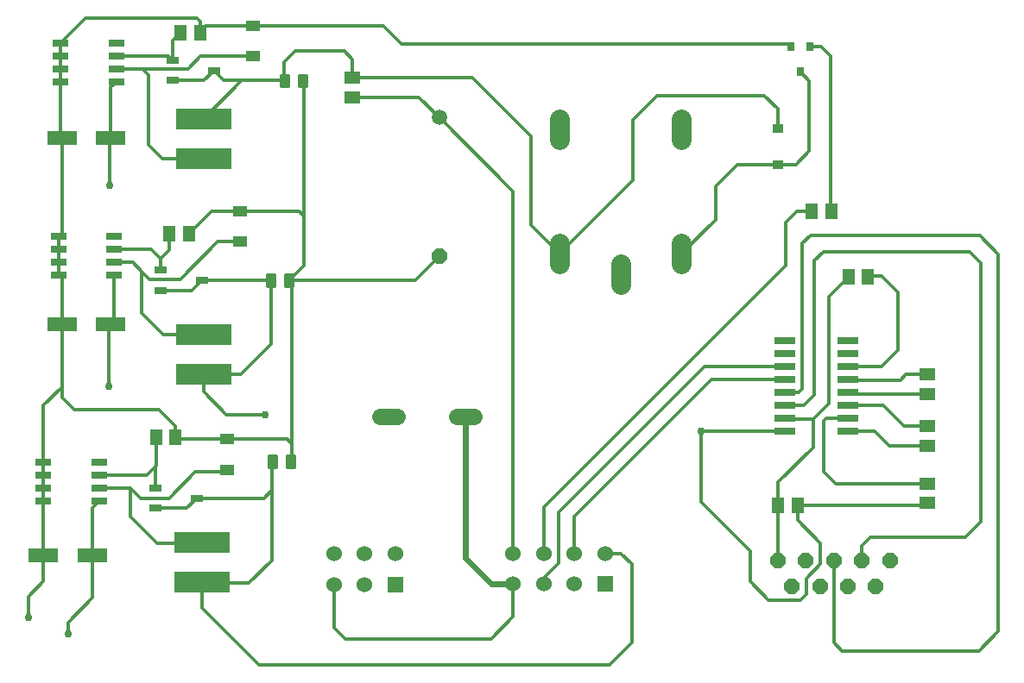
<source format=gbr>
G04 EAGLE Gerber RS-274X export*
G75*
%MOMM*%
%FSLAX34Y34*%
%LPD*%
%INTop Copper*%
%IPPOS*%
%AMOC8*
5,1,8,0,0,1.08239X$1,22.5*%
G01*
%ADD10R,2.032000X0.660400*%
%ADD11R,1.300000X1.500000*%
%ADD12R,1.500000X1.300000*%
%ADD13P,1.649562X8X202.500000*%
%ADD14C,1.530000*%
%ADD15R,1.530000X1.530000*%
%ADD16R,1.550000X0.700000*%
%ADD17R,1.370000X1.120000*%
%ADD18R,1.270000X0.635000*%
%ADD19C,0.254000*%
%ADD20R,3.000000X1.400000*%
%ADD21C,1.981200*%
%ADD22R,1.130000X0.920000*%
%ADD23R,0.650000X0.950000*%
%ADD24R,5.500000X2.150000*%
%ADD25C,1.508000*%
%ADD26P,1.632244X8X292.500000*%
%ADD27C,1.650000*%
%ADD28C,0.304800*%
%ADD29C,0.756400*%
%ADD30C,0.609600*%


D10*
X843734Y249550D03*
X782266Y249550D03*
X843734Y262250D03*
X843734Y274950D03*
X782266Y262250D03*
X782266Y274950D03*
X843734Y287650D03*
X782266Y287650D03*
X843734Y300350D03*
X782266Y300350D03*
X843734Y313050D03*
X843734Y325750D03*
X782266Y313050D03*
X782266Y325750D03*
X843734Y338450D03*
X782266Y338450D03*
D11*
X863500Y401000D03*
X844500Y401000D03*
D12*
X922000Y254500D03*
X922000Y235500D03*
X922000Y305500D03*
X922000Y286500D03*
D11*
X775500Y177000D03*
X794500Y177000D03*
D12*
X922000Y198500D03*
X922000Y179500D03*
D13*
X884864Y122700D03*
X857432Y122700D03*
X830000Y122700D03*
X802568Y122700D03*
X775136Y122700D03*
X871148Y97300D03*
X843716Y97300D03*
X816284Y97300D03*
X788852Y97300D03*
D14*
X575622Y99652D03*
X575622Y129652D03*
X545622Y99652D03*
X545622Y129652D03*
D15*
X605622Y99652D03*
D14*
X515622Y99652D03*
X605622Y129652D03*
X515622Y129652D03*
D15*
X400000Y99420D03*
D14*
X400000Y129420D03*
X370000Y99420D03*
X340000Y99420D03*
X370000Y129420D03*
X340000Y129420D03*
D12*
X358000Y596500D03*
X358000Y577500D03*
D16*
X126250Y592950D03*
X126250Y605650D03*
X126250Y618350D03*
X126250Y631050D03*
X71750Y631050D03*
X71750Y618350D03*
X71750Y605650D03*
X71750Y592950D03*
D17*
X260000Y618000D03*
X260000Y648000D03*
D18*
X222000Y604000D03*
X182000Y614000D03*
X182000Y594000D03*
D19*
X305080Y599715D02*
X312700Y599715D01*
X312700Y588285D01*
X305080Y588285D01*
X305080Y599715D01*
X305080Y590698D02*
X312700Y590698D01*
X312700Y593111D02*
X305080Y593111D01*
X305080Y595524D02*
X312700Y595524D01*
X312700Y597937D02*
X305080Y597937D01*
X294920Y599715D02*
X287300Y599715D01*
X294920Y599715D02*
X294920Y588285D01*
X287300Y588285D01*
X287300Y599715D01*
X287300Y590698D02*
X294920Y590698D01*
X294920Y593111D02*
X287300Y593111D01*
X287300Y595524D02*
X294920Y595524D01*
X294920Y597937D02*
X287300Y597937D01*
D16*
X124250Y402950D03*
X124250Y415650D03*
X124250Y428350D03*
X124250Y441050D03*
X69750Y441050D03*
X69750Y428350D03*
X69750Y415650D03*
X69750Y402950D03*
D17*
X248000Y436000D03*
X248000Y466000D03*
D18*
X210000Y398000D03*
X170000Y408000D03*
X170000Y388000D03*
D19*
X292080Y403715D02*
X299700Y403715D01*
X299700Y392285D01*
X292080Y392285D01*
X292080Y403715D01*
X292080Y394698D02*
X299700Y394698D01*
X299700Y397111D02*
X292080Y397111D01*
X292080Y399524D02*
X299700Y399524D01*
X299700Y401937D02*
X292080Y401937D01*
X281920Y403715D02*
X274300Y403715D01*
X281920Y403715D02*
X281920Y392285D01*
X274300Y392285D01*
X274300Y403715D01*
X274300Y394698D02*
X281920Y394698D01*
X281920Y397111D02*
X274300Y397111D01*
X274300Y399524D02*
X281920Y399524D01*
X281920Y401937D02*
X274300Y401937D01*
D16*
X109250Y180950D03*
X109250Y193650D03*
X109250Y206350D03*
X109250Y219050D03*
X54750Y219050D03*
X54750Y206350D03*
X54750Y193650D03*
X54750Y180950D03*
D17*
X235000Y212000D03*
X235000Y242000D03*
D18*
X205000Y184000D03*
X165000Y194000D03*
X165000Y174000D03*
D19*
X293080Y225715D02*
X300700Y225715D01*
X300700Y214285D01*
X293080Y214285D01*
X293080Y225715D01*
X293080Y216698D02*
X300700Y216698D01*
X300700Y219111D02*
X293080Y219111D01*
X293080Y221524D02*
X300700Y221524D01*
X300700Y223937D02*
X293080Y223937D01*
X282920Y225715D02*
X275300Y225715D01*
X282920Y225715D02*
X282920Y214285D01*
X275300Y214285D01*
X275300Y225715D01*
X275300Y216698D02*
X282920Y216698D01*
X282920Y219111D02*
X275300Y219111D01*
X275300Y221524D02*
X282920Y221524D01*
X282920Y223937D02*
X275300Y223937D01*
D20*
X73000Y538000D03*
X121000Y538000D03*
X73000Y355000D03*
X121000Y355000D03*
X55000Y128000D03*
X103000Y128000D03*
D11*
X208500Y641000D03*
X189500Y641000D03*
X197500Y444000D03*
X178500Y444000D03*
X184500Y244000D03*
X165500Y244000D03*
D21*
X621000Y393844D02*
X621000Y413656D01*
X680690Y414164D02*
X680690Y433976D01*
X561310Y433976D02*
X561310Y414164D01*
X561310Y536084D02*
X561310Y555896D01*
X680690Y555896D02*
X680690Y536084D01*
D22*
X775000Y546500D03*
X775000Y511500D03*
D23*
X787500Y627500D03*
X806500Y627500D03*
X797000Y602500D03*
D11*
X808500Y466000D03*
X827500Y466000D03*
D24*
X212000Y556311D03*
X212000Y517689D03*
X212000Y305689D03*
X212000Y344311D03*
X210000Y101689D03*
X210000Y140311D03*
D25*
X443000Y557800D03*
D26*
X443000Y421200D03*
D27*
X460250Y264000D02*
X476750Y264000D01*
X401750Y264000D02*
X385250Y264000D01*
D28*
X200000Y388000D02*
X170000Y388000D01*
X200000Y388000D02*
X210000Y398000D01*
D29*
X272000Y266000D03*
D28*
X234500Y266000D01*
X212000Y288500D01*
X212000Y305689D01*
X210000Y398000D02*
X278110Y398000D01*
X248689Y305689D02*
X212000Y305689D01*
X278110Y335110D02*
X278110Y398000D01*
X278110Y335110D02*
X248689Y305689D01*
X266000Y20000D02*
X610000Y20000D01*
X632000Y42000D02*
X632000Y119000D01*
X621348Y129652D01*
X605622Y129652D01*
X632000Y42000D02*
X610000Y20000D01*
X279110Y123110D02*
X279110Y192000D01*
X279110Y123110D02*
X256500Y100500D01*
X195000Y174000D02*
X165000Y174000D01*
X195000Y174000D02*
X205000Y184000D01*
X271110Y184000D01*
X279110Y192000D01*
X279110Y220000D01*
X210000Y101689D02*
X210000Y76000D01*
X266000Y20000D01*
X256500Y100500D02*
X211189Y100500D01*
X210000Y101689D01*
D29*
X700000Y250000D03*
D28*
X781816Y250000D01*
X782266Y249550D01*
X917500Y175000D02*
X919500Y177000D01*
X794500Y177000D01*
X919500Y177000D02*
X922000Y179500D01*
X700000Y180000D02*
X700000Y250000D01*
X700000Y180000D02*
X748000Y132000D01*
X794500Y177000D02*
X795000Y176500D01*
X748000Y132000D02*
X748000Y102000D01*
X766000Y84000D01*
X797000Y84000D01*
X803000Y90000D01*
X794500Y162500D02*
X794500Y177000D01*
X803000Y105000D02*
X803000Y90000D01*
X803000Y105000D02*
X817000Y119000D01*
X817000Y140000D01*
X794500Y162500D01*
X423300Y577500D02*
X358000Y577500D01*
X423300Y577500D02*
X443000Y557800D01*
X515622Y485178D02*
X515622Y129652D01*
X515622Y485178D02*
X443000Y557800D01*
D30*
X493848Y99652D02*
X515622Y99652D01*
D28*
X825000Y381500D02*
X844500Y401000D01*
X825000Y381500D02*
X825000Y277000D01*
X810000Y262000D01*
X782516Y262000D02*
X782266Y262250D01*
X782516Y262000D02*
X810000Y262000D01*
X810000Y234000D01*
X775500Y199500D02*
X775500Y180000D01*
X775500Y177000D01*
X775500Y199500D02*
X810000Y234000D01*
X775136Y179636D02*
X775136Y122700D01*
X775136Y179636D02*
X775500Y180000D01*
X298890Y237000D02*
X298890Y395000D01*
X298890Y237000D02*
X298890Y222000D01*
X296890Y220000D01*
X298890Y395000D02*
X295890Y398000D01*
X310000Y461000D02*
X310000Y592890D01*
X310000Y461000D02*
X310000Y412110D01*
X295890Y398000D01*
X310000Y592890D02*
X308890Y594000D01*
X388000Y648000D02*
X406000Y630000D01*
X785000Y630000D01*
X388000Y648000D02*
X260000Y648000D01*
X213500Y648000D01*
X208500Y643000D01*
X208500Y641000D01*
X71750Y631050D02*
X71750Y618350D01*
X71750Y605650D01*
X71750Y592950D01*
X71750Y539250D01*
X73000Y538000D01*
X73000Y444300D01*
X69750Y441050D01*
X69750Y428350D01*
X69750Y415650D01*
X69750Y402950D01*
X73000Y399700D01*
X73000Y355000D01*
X197500Y444000D02*
X219500Y466000D01*
X248000Y466000D01*
X54750Y219050D02*
X54750Y206350D01*
X54750Y193650D01*
X54750Y180950D01*
X54750Y128250D01*
X55000Y128000D01*
D29*
X40000Y67000D03*
D28*
X40000Y87000D01*
X55000Y102000D02*
X55000Y128000D01*
X55000Y102000D02*
X40000Y87000D01*
X340000Y99420D02*
X340000Y57000D01*
X351000Y46000D01*
X494000Y46000D01*
X515622Y67622D02*
X515622Y99652D01*
X515622Y67622D02*
X494000Y46000D01*
X186500Y242000D02*
X184500Y244000D01*
X186500Y242000D02*
X235000Y242000D01*
X54750Y219050D02*
X54750Y274750D01*
X73000Y293000D02*
X73000Y355000D01*
X73000Y293000D02*
X54750Y274750D01*
X71750Y631050D02*
X96076Y655376D01*
X208500Y652000D02*
X208500Y641000D01*
X208500Y652000D02*
X205124Y655376D01*
X96076Y655376D01*
X248000Y466000D02*
X305000Y466000D01*
X310000Y461000D01*
X293890Y242000D02*
X235000Y242000D01*
X293890Y242000D02*
X298890Y237000D01*
D30*
X468500Y125000D02*
X493848Y99652D01*
X468500Y125000D02*
X468500Y264000D01*
D28*
X787500Y627500D02*
X785000Y630000D01*
X184500Y254500D02*
X184500Y244000D01*
X168000Y271000D02*
X85000Y271000D01*
X73000Y283000D01*
X73000Y293000D01*
X168000Y271000D02*
X184500Y254500D01*
X295890Y398000D02*
X419800Y398000D01*
X443000Y421200D01*
X575622Y165622D02*
X575622Y129652D01*
X710350Y300350D02*
X782266Y300350D01*
X710350Y300350D02*
X575622Y165622D01*
X545622Y105622D02*
X545622Y99652D01*
X545622Y105622D02*
X560000Y120000D01*
X560000Y170000D01*
X703050Y313050D01*
X782266Y313050D01*
X884500Y235500D02*
X922000Y235500D01*
X884500Y235500D02*
X870000Y250000D01*
X844184Y250000D01*
X843734Y249550D01*
X844884Y286500D02*
X922000Y286500D01*
X844884Y286500D02*
X843734Y287650D01*
X898500Y254500D02*
X922000Y254500D01*
X878050Y274950D02*
X843734Y274950D01*
X878050Y274950D02*
X898500Y254500D01*
X900500Y305500D02*
X922000Y305500D01*
X900500Y305500D02*
X895000Y300000D01*
X844084Y300000D01*
X843734Y300350D01*
X843734Y262250D02*
X822250Y262250D01*
X820000Y260000D01*
X820000Y210000D01*
X831500Y198500D02*
X922000Y198500D01*
X831500Y198500D02*
X820000Y210000D01*
X843734Y313050D02*
X877050Y313050D01*
X893000Y329000D01*
X893000Y386000D01*
X877000Y402000D01*
X864500Y402000D01*
X863500Y401000D01*
X857432Y137432D02*
X857432Y122700D01*
X857432Y137432D02*
X866000Y146000D01*
X959000Y146000D01*
X974000Y161000D01*
X974000Y415000D01*
X963000Y426000D01*
X820000Y426000D01*
X811000Y417000D01*
X811000Y285000D01*
X800950Y274950D02*
X782266Y274950D01*
X800950Y274950D02*
X811000Y285000D01*
X795650Y287650D02*
X782266Y287650D01*
X795650Y287650D02*
X799000Y291000D01*
X799000Y434000D02*
X807000Y442000D01*
X973000Y442000D01*
X972000Y34000D02*
X838000Y34000D01*
X799000Y291000D02*
X799000Y434000D01*
X973000Y442000D02*
X991313Y423687D01*
X990894Y52894D02*
X990313Y52313D01*
X990894Y52894D02*
X991313Y53313D01*
X990313Y52313D02*
X972000Y34000D01*
X838000Y34000D02*
X830000Y42000D01*
X830000Y122700D01*
X991313Y53313D02*
X991313Y423687D01*
X121000Y538000D02*
X121000Y587700D01*
X126250Y592950D01*
D29*
X120000Y491000D03*
D28*
X120000Y537000D01*
X121000Y538000D01*
D29*
X79000Y51000D03*
D28*
X103000Y86000D02*
X103000Y128000D01*
X79000Y62000D02*
X79000Y51000D01*
X79000Y62000D02*
X103000Y86000D01*
X103000Y128000D02*
X103000Y174700D01*
X109250Y180950D01*
X121000Y355000D02*
X124250Y358250D01*
X124250Y402950D01*
D29*
X119000Y294000D03*
D28*
X119000Y353000D01*
X121000Y355000D01*
X545622Y175622D02*
X545622Y129652D01*
X782500Y455000D02*
X793500Y466000D01*
X808500Y466000D01*
X782500Y455000D02*
X782500Y412500D01*
X545622Y175622D01*
X152000Y605650D02*
X126250Y605650D01*
X152000Y605650D02*
X196650Y605650D01*
X209000Y618000D02*
X260000Y618000D01*
X209000Y618000D02*
X196650Y605650D01*
X158000Y599650D02*
X152000Y605650D01*
X158000Y573000D02*
X158000Y571000D01*
X158000Y573000D02*
X158000Y599650D01*
X158000Y571000D02*
X158000Y531000D01*
X171311Y517689D02*
X212000Y517689D01*
X171311Y517689D02*
X158000Y531000D01*
X182000Y594000D02*
X212000Y594000D01*
X222000Y604000D01*
X232000Y594000D01*
X249689Y594000D02*
X212000Y556311D01*
X249689Y594000D02*
X291110Y594000D01*
X249689Y594000D02*
X232000Y594000D01*
X561310Y424070D02*
X633000Y495760D01*
X633000Y555000D01*
X657000Y579000D01*
X775000Y566000D02*
X775000Y546500D01*
X762000Y579000D02*
X657000Y579000D01*
X762000Y579000D02*
X775000Y566000D01*
X291110Y594000D02*
X291110Y612110D01*
X302000Y623000D01*
X350000Y623000D01*
X358000Y615000D02*
X358000Y596500D01*
X358000Y615000D02*
X350000Y623000D01*
X358000Y596500D02*
X475500Y596500D01*
X533000Y452380D02*
X561310Y424070D01*
X533000Y539000D02*
X475500Y596500D01*
X533000Y539000D02*
X533000Y452380D01*
X177650Y618350D02*
X126250Y618350D01*
X177650Y618350D02*
X182000Y614000D01*
X182000Y633500D01*
X189500Y641000D01*
X142350Y415650D02*
X124250Y415650D01*
X142350Y415650D02*
X151500Y406500D01*
X159000Y399000D01*
X226000Y436000D02*
X248000Y436000D01*
X189000Y399000D02*
X159000Y399000D01*
X189000Y399000D02*
X226000Y436000D01*
X151500Y406500D02*
X151500Y365500D01*
X172689Y344311D02*
X212000Y344311D01*
X172689Y344311D02*
X151500Y365500D01*
X170000Y408000D02*
X170000Y419000D01*
X160650Y428350D02*
X124250Y428350D01*
X160650Y428350D02*
X170000Y419000D01*
X178500Y427500D02*
X178500Y444000D01*
X178500Y427500D02*
X170000Y419000D01*
X235000Y212000D02*
X235000Y210000D01*
X140350Y193650D02*
X109250Y193650D01*
X204000Y210000D02*
X235000Y210000D01*
X150000Y184000D02*
X140350Y193650D01*
X150000Y184000D02*
X178000Y184000D01*
X204000Y210000D01*
X140000Y166000D02*
X166500Y139500D01*
X140000Y166000D02*
X140000Y193300D01*
X140350Y193650D01*
X166500Y139500D02*
X209189Y139500D01*
X210000Y140311D01*
X165000Y194000D02*
X165000Y215000D01*
X156350Y206350D02*
X109250Y206350D01*
X156350Y206350D02*
X165000Y215000D01*
X165500Y215500D01*
X165500Y244000D01*
X827000Y466500D02*
X827500Y466000D01*
X827000Y466500D02*
X827000Y578000D01*
X827000Y581000D01*
X827000Y618000D01*
X817500Y627500D02*
X806500Y627500D01*
X817500Y627500D02*
X827000Y618000D01*
X792500Y511500D02*
X775000Y511500D01*
X792500Y511500D02*
X806000Y525000D01*
X806000Y593500D01*
X797000Y602500D01*
X714000Y457380D02*
X680690Y424070D01*
X714000Y457380D02*
X714000Y490000D01*
X735500Y511500D01*
X775000Y511500D01*
M02*

</source>
